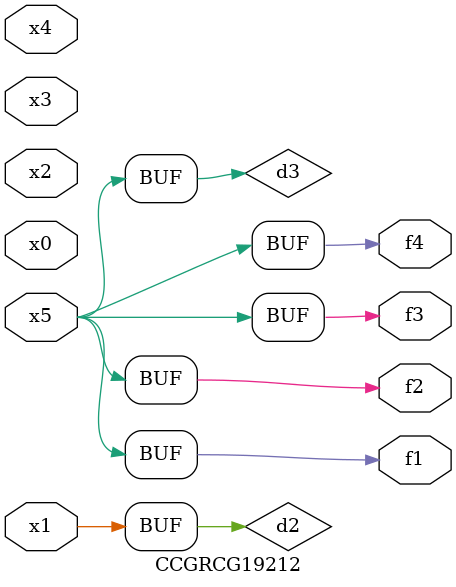
<source format=v>
module CCGRCG19212(
	input x0, x1, x2, x3, x4, x5,
	output f1, f2, f3, f4
);

	wire d1, d2, d3;

	not (d1, x5);
	or (d2, x1);
	xnor (d3, d1);
	assign f1 = d3;
	assign f2 = d3;
	assign f3 = d3;
	assign f4 = d3;
endmodule

</source>
